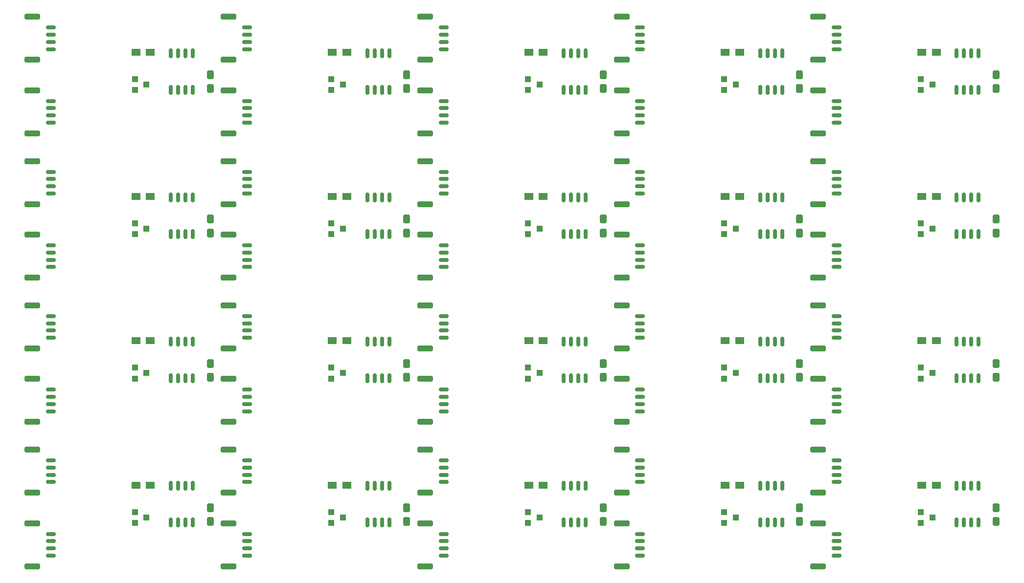
<source format=gbr>
%TF.GenerationSoftware,KiCad,Pcbnew,8.0.4*%
%TF.CreationDate,2024-11-04T15:17:51+09:00*%
%TF.ProjectId,L-CON RS485 V2.0,4c2d434f-4e20-4525-9334-38352056322e,rev?*%
%TF.SameCoordinates,Original*%
%TF.FileFunction,Paste,Top*%
%TF.FilePolarity,Positive*%
%FSLAX46Y46*%
G04 Gerber Fmt 4.6, Leading zero omitted, Abs format (unit mm)*
G04 Created by KiCad (PCBNEW 8.0.4) date 2024-11-04 15:17:51*
%MOMM*%
%LPD*%
G01*
G04 APERTURE LIST*
G04 Aperture macros list*
%AMRoundRect*
0 Rectangle with rounded corners*
0 $1 Rounding radius*
0 $2 $3 $4 $5 $6 $7 $8 $9 X,Y pos of 4 corners*
0 Add a 4 corners polygon primitive as box body*
4,1,4,$2,$3,$4,$5,$6,$7,$8,$9,$2,$3,0*
0 Add four circle primitives for the rounded corners*
1,1,$1+$1,$2,$3*
1,1,$1+$1,$4,$5*
1,1,$1+$1,$6,$7*
1,1,$1+$1,$8,$9*
0 Add four rect primitives between the rounded corners*
20,1,$1+$1,$2,$3,$4,$5,0*
20,1,$1+$1,$4,$5,$6,$7,0*
20,1,$1+$1,$6,$7,$8,$9,0*
20,1,$1+$1,$8,$9,$2,$3,0*%
G04 Aperture macros list end*
%ADD10RoundRect,0.163800X-0.136200X0.711200X-0.136200X-0.711200X0.136200X-0.711200X0.136200X0.711200X0*%
%ADD11RoundRect,0.150000X-0.700000X0.150000X-0.700000X-0.150000X0.700000X-0.150000X0.700000X0.150000X0*%
%ADD12RoundRect,0.250000X-1.100000X0.250000X-1.100000X-0.250000X1.100000X-0.250000X1.100000X0.250000X0*%
%ADD13R,1.500000X1.250000*%
%ADD14R,1.100000X1.000000*%
%ADD15RoundRect,0.312500X-0.312500X0.437500X-0.312500X-0.437500X0.312500X-0.437500X0.312500X0.437500X0*%
G04 APERTURE END LIST*
D10*
%TO.C,U4*%
X205000000Y-127825000D03*
X203730000Y-127825000D03*
X202460000Y-127825000D03*
X201190000Y-127825000D03*
X201190000Y-134175000D03*
X202460000Y-134175000D03*
X203730000Y-134175000D03*
X205000000Y-134175000D03*
%TD*%
D11*
%TO.C,J1*%
X180410000Y-136135000D03*
X180410000Y-137385000D03*
X180410000Y-138635000D03*
X180410000Y-139885000D03*
D12*
X177210000Y-134285000D03*
X177210000Y-141735000D03*
%TD*%
D13*
%TO.C,D6*%
X195140000Y-127670000D03*
X197640000Y-127670000D03*
%TD*%
D14*
%TO.C,D1*%
X194975000Y-132325000D03*
X194975000Y-134225000D03*
X196975000Y-133275000D03*
%TD*%
D11*
%TO.C,J4*%
X180400000Y-123395000D03*
X180400000Y-124645000D03*
X180400000Y-125895000D03*
X180400000Y-127145000D03*
D12*
X177200000Y-121545000D03*
X177200000Y-128995000D03*
%TD*%
D15*
%TO.C,C3*%
X208000000Y-131600000D03*
X208000000Y-134000000D03*
%TD*%
D10*
%TO.C,U4*%
X171000000Y-127825000D03*
X169730000Y-127825000D03*
X168460000Y-127825000D03*
X167190000Y-127825000D03*
X167190000Y-134175000D03*
X168460000Y-134175000D03*
X169730000Y-134175000D03*
X171000000Y-134175000D03*
%TD*%
D11*
%TO.C,J1*%
X146410000Y-136135000D03*
X146410000Y-137385000D03*
X146410000Y-138635000D03*
X146410000Y-139885000D03*
D12*
X143210000Y-134285000D03*
X143210000Y-141735000D03*
%TD*%
D13*
%TO.C,D6*%
X161140000Y-127670000D03*
X163640000Y-127670000D03*
%TD*%
D14*
%TO.C,D1*%
X160975000Y-132325000D03*
X160975000Y-134225000D03*
X162975000Y-133275000D03*
%TD*%
D11*
%TO.C,J4*%
X146400000Y-123395000D03*
X146400000Y-124645000D03*
X146400000Y-125895000D03*
X146400000Y-127145000D03*
D12*
X143200000Y-121545000D03*
X143200000Y-128995000D03*
%TD*%
D15*
%TO.C,C3*%
X174000000Y-131600000D03*
X174000000Y-134000000D03*
%TD*%
D10*
%TO.C,U4*%
X137000000Y-127825000D03*
X135730000Y-127825000D03*
X134460000Y-127825000D03*
X133190000Y-127825000D03*
X133190000Y-134175000D03*
X134460000Y-134175000D03*
X135730000Y-134175000D03*
X137000000Y-134175000D03*
%TD*%
D11*
%TO.C,J1*%
X112410000Y-136135000D03*
X112410000Y-137385000D03*
X112410000Y-138635000D03*
X112410000Y-139885000D03*
D12*
X109210000Y-134285000D03*
X109210000Y-141735000D03*
%TD*%
D13*
%TO.C,D6*%
X127140000Y-127670000D03*
X129640000Y-127670000D03*
%TD*%
D14*
%TO.C,D1*%
X126975000Y-132325000D03*
X126975000Y-134225000D03*
X128975000Y-133275000D03*
%TD*%
D11*
%TO.C,J4*%
X112400000Y-123395000D03*
X112400000Y-124645000D03*
X112400000Y-125895000D03*
X112400000Y-127145000D03*
D12*
X109200000Y-121545000D03*
X109200000Y-128995000D03*
%TD*%
D15*
%TO.C,C3*%
X140000000Y-131600000D03*
X140000000Y-134000000D03*
%TD*%
D10*
%TO.C,U4*%
X103000000Y-127825000D03*
X101730000Y-127825000D03*
X100460000Y-127825000D03*
X99190000Y-127825000D03*
X99190000Y-134175000D03*
X100460000Y-134175000D03*
X101730000Y-134175000D03*
X103000000Y-134175000D03*
%TD*%
D11*
%TO.C,J1*%
X78410000Y-136135000D03*
X78410000Y-137385000D03*
X78410000Y-138635000D03*
X78410000Y-139885000D03*
D12*
X75210000Y-134285000D03*
X75210000Y-141735000D03*
%TD*%
D13*
%TO.C,D6*%
X93140000Y-127670000D03*
X95640000Y-127670000D03*
%TD*%
D14*
%TO.C,D1*%
X92975000Y-132325000D03*
X92975000Y-134225000D03*
X94975000Y-133275000D03*
%TD*%
D11*
%TO.C,J4*%
X78400000Y-123395000D03*
X78400000Y-124645000D03*
X78400000Y-125895000D03*
X78400000Y-127145000D03*
D12*
X75200000Y-121545000D03*
X75200000Y-128995000D03*
%TD*%
D15*
%TO.C,C3*%
X106000000Y-131600000D03*
X106000000Y-134000000D03*
%TD*%
D10*
%TO.C,U4*%
X69000000Y-127825000D03*
X67730000Y-127825000D03*
X66460000Y-127825000D03*
X65190000Y-127825000D03*
X65190000Y-134175000D03*
X66460000Y-134175000D03*
X67730000Y-134175000D03*
X69000000Y-134175000D03*
%TD*%
D11*
%TO.C,J1*%
X44410000Y-136135000D03*
X44410000Y-137385000D03*
X44410000Y-138635000D03*
X44410000Y-139885000D03*
D12*
X41210000Y-134285000D03*
X41210000Y-141735000D03*
%TD*%
D13*
%TO.C,D6*%
X59140000Y-127670000D03*
X61640000Y-127670000D03*
%TD*%
D14*
%TO.C,D1*%
X58975000Y-132325000D03*
X58975000Y-134225000D03*
X60975000Y-133275000D03*
%TD*%
D11*
%TO.C,J4*%
X44400000Y-123395000D03*
X44400000Y-124645000D03*
X44400000Y-125895000D03*
X44400000Y-127145000D03*
D12*
X41200000Y-121545000D03*
X41200000Y-128995000D03*
%TD*%
D15*
%TO.C,C3*%
X72000000Y-131600000D03*
X72000000Y-134000000D03*
%TD*%
D10*
%TO.C,U4*%
X205000000Y-102825000D03*
X203730000Y-102825000D03*
X202460000Y-102825000D03*
X201190000Y-102825000D03*
X201190000Y-109175000D03*
X202460000Y-109175000D03*
X203730000Y-109175000D03*
X205000000Y-109175000D03*
%TD*%
D11*
%TO.C,J1*%
X180410000Y-111135000D03*
X180410000Y-112385000D03*
X180410000Y-113635000D03*
X180410000Y-114885000D03*
D12*
X177210000Y-109285000D03*
X177210000Y-116735000D03*
%TD*%
D13*
%TO.C,D6*%
X195140000Y-102670000D03*
X197640000Y-102670000D03*
%TD*%
D14*
%TO.C,D1*%
X194975000Y-107325000D03*
X194975000Y-109225000D03*
X196975000Y-108275000D03*
%TD*%
D11*
%TO.C,J4*%
X180400000Y-98395000D03*
X180400000Y-99645000D03*
X180400000Y-100895000D03*
X180400000Y-102145000D03*
D12*
X177200000Y-96545000D03*
X177200000Y-103995000D03*
%TD*%
D15*
%TO.C,C3*%
X208000000Y-106600000D03*
X208000000Y-109000000D03*
%TD*%
D10*
%TO.C,U4*%
X171000000Y-102825000D03*
X169730000Y-102825000D03*
X168460000Y-102825000D03*
X167190000Y-102825000D03*
X167190000Y-109175000D03*
X168460000Y-109175000D03*
X169730000Y-109175000D03*
X171000000Y-109175000D03*
%TD*%
D11*
%TO.C,J1*%
X146410000Y-111135000D03*
X146410000Y-112385000D03*
X146410000Y-113635000D03*
X146410000Y-114885000D03*
D12*
X143210000Y-109285000D03*
X143210000Y-116735000D03*
%TD*%
D13*
%TO.C,D6*%
X161140000Y-102670000D03*
X163640000Y-102670000D03*
%TD*%
D14*
%TO.C,D1*%
X160975000Y-107325000D03*
X160975000Y-109225000D03*
X162975000Y-108275000D03*
%TD*%
D11*
%TO.C,J4*%
X146400000Y-98395000D03*
X146400000Y-99645000D03*
X146400000Y-100895000D03*
X146400000Y-102145000D03*
D12*
X143200000Y-96545000D03*
X143200000Y-103995000D03*
%TD*%
D15*
%TO.C,C3*%
X174000000Y-106600000D03*
X174000000Y-109000000D03*
%TD*%
D10*
%TO.C,U4*%
X137000000Y-102825000D03*
X135730000Y-102825000D03*
X134460000Y-102825000D03*
X133190000Y-102825000D03*
X133190000Y-109175000D03*
X134460000Y-109175000D03*
X135730000Y-109175000D03*
X137000000Y-109175000D03*
%TD*%
D11*
%TO.C,J1*%
X112410000Y-111135000D03*
X112410000Y-112385000D03*
X112410000Y-113635000D03*
X112410000Y-114885000D03*
D12*
X109210000Y-109285000D03*
X109210000Y-116735000D03*
%TD*%
D13*
%TO.C,D6*%
X127140000Y-102670000D03*
X129640000Y-102670000D03*
%TD*%
D14*
%TO.C,D1*%
X126975000Y-107325000D03*
X126975000Y-109225000D03*
X128975000Y-108275000D03*
%TD*%
D11*
%TO.C,J4*%
X112400000Y-98395000D03*
X112400000Y-99645000D03*
X112400000Y-100895000D03*
X112400000Y-102145000D03*
D12*
X109200000Y-96545000D03*
X109200000Y-103995000D03*
%TD*%
D15*
%TO.C,C3*%
X140000000Y-106600000D03*
X140000000Y-109000000D03*
%TD*%
D10*
%TO.C,U4*%
X103000000Y-102825000D03*
X101730000Y-102825000D03*
X100460000Y-102825000D03*
X99190000Y-102825000D03*
X99190000Y-109175000D03*
X100460000Y-109175000D03*
X101730000Y-109175000D03*
X103000000Y-109175000D03*
%TD*%
D11*
%TO.C,J1*%
X78410000Y-111135000D03*
X78410000Y-112385000D03*
X78410000Y-113635000D03*
X78410000Y-114885000D03*
D12*
X75210000Y-109285000D03*
X75210000Y-116735000D03*
%TD*%
D13*
%TO.C,D6*%
X93140000Y-102670000D03*
X95640000Y-102670000D03*
%TD*%
D14*
%TO.C,D1*%
X92975000Y-107325000D03*
X92975000Y-109225000D03*
X94975000Y-108275000D03*
%TD*%
D11*
%TO.C,J4*%
X78400000Y-98395000D03*
X78400000Y-99645000D03*
X78400000Y-100895000D03*
X78400000Y-102145000D03*
D12*
X75200000Y-96545000D03*
X75200000Y-103995000D03*
%TD*%
D15*
%TO.C,C3*%
X106000000Y-106600000D03*
X106000000Y-109000000D03*
%TD*%
D10*
%TO.C,U4*%
X69000000Y-102825000D03*
X67730000Y-102825000D03*
X66460000Y-102825000D03*
X65190000Y-102825000D03*
X65190000Y-109175000D03*
X66460000Y-109175000D03*
X67730000Y-109175000D03*
X69000000Y-109175000D03*
%TD*%
D11*
%TO.C,J1*%
X44410000Y-111135000D03*
X44410000Y-112385000D03*
X44410000Y-113635000D03*
X44410000Y-114885000D03*
D12*
X41210000Y-109285000D03*
X41210000Y-116735000D03*
%TD*%
D13*
%TO.C,D6*%
X59140000Y-102670000D03*
X61640000Y-102670000D03*
%TD*%
D14*
%TO.C,D1*%
X58975000Y-107325000D03*
X58975000Y-109225000D03*
X60975000Y-108275000D03*
%TD*%
D11*
%TO.C,J4*%
X44400000Y-98395000D03*
X44400000Y-99645000D03*
X44400000Y-100895000D03*
X44400000Y-102145000D03*
D12*
X41200000Y-96545000D03*
X41200000Y-103995000D03*
%TD*%
D15*
%TO.C,C3*%
X72000000Y-106600000D03*
X72000000Y-109000000D03*
%TD*%
D10*
%TO.C,U4*%
X205000000Y-77825000D03*
X203730000Y-77825000D03*
X202460000Y-77825000D03*
X201190000Y-77825000D03*
X201190000Y-84175000D03*
X202460000Y-84175000D03*
X203730000Y-84175000D03*
X205000000Y-84175000D03*
%TD*%
D11*
%TO.C,J1*%
X180410000Y-86135000D03*
X180410000Y-87385000D03*
X180410000Y-88635000D03*
X180410000Y-89885000D03*
D12*
X177210000Y-84285000D03*
X177210000Y-91735000D03*
%TD*%
D13*
%TO.C,D6*%
X195140000Y-77670000D03*
X197640000Y-77670000D03*
%TD*%
D14*
%TO.C,D1*%
X194975000Y-82325000D03*
X194975000Y-84225000D03*
X196975000Y-83275000D03*
%TD*%
D11*
%TO.C,J4*%
X180400000Y-73395000D03*
X180400000Y-74645000D03*
X180400000Y-75895000D03*
X180400000Y-77145000D03*
D12*
X177200000Y-71545000D03*
X177200000Y-78995000D03*
%TD*%
D15*
%TO.C,C3*%
X208000000Y-81600000D03*
X208000000Y-84000000D03*
%TD*%
D10*
%TO.C,U4*%
X171000000Y-77825000D03*
X169730000Y-77825000D03*
X168460000Y-77825000D03*
X167190000Y-77825000D03*
X167190000Y-84175000D03*
X168460000Y-84175000D03*
X169730000Y-84175000D03*
X171000000Y-84175000D03*
%TD*%
D11*
%TO.C,J1*%
X146410000Y-86135000D03*
X146410000Y-87385000D03*
X146410000Y-88635000D03*
X146410000Y-89885000D03*
D12*
X143210000Y-84285000D03*
X143210000Y-91735000D03*
%TD*%
D13*
%TO.C,D6*%
X161140000Y-77670000D03*
X163640000Y-77670000D03*
%TD*%
D14*
%TO.C,D1*%
X160975000Y-82325000D03*
X160975000Y-84225000D03*
X162975000Y-83275000D03*
%TD*%
D11*
%TO.C,J4*%
X146400000Y-73395000D03*
X146400000Y-74645000D03*
X146400000Y-75895000D03*
X146400000Y-77145000D03*
D12*
X143200000Y-71545000D03*
X143200000Y-78995000D03*
%TD*%
D15*
%TO.C,C3*%
X174000000Y-81600000D03*
X174000000Y-84000000D03*
%TD*%
D10*
%TO.C,U4*%
X137000000Y-77825000D03*
X135730000Y-77825000D03*
X134460000Y-77825000D03*
X133190000Y-77825000D03*
X133190000Y-84175000D03*
X134460000Y-84175000D03*
X135730000Y-84175000D03*
X137000000Y-84175000D03*
%TD*%
D11*
%TO.C,J1*%
X112410000Y-86135000D03*
X112410000Y-87385000D03*
X112410000Y-88635000D03*
X112410000Y-89885000D03*
D12*
X109210000Y-84285000D03*
X109210000Y-91735000D03*
%TD*%
D13*
%TO.C,D6*%
X127140000Y-77670000D03*
X129640000Y-77670000D03*
%TD*%
D14*
%TO.C,D1*%
X126975000Y-82325000D03*
X126975000Y-84225000D03*
X128975000Y-83275000D03*
%TD*%
D11*
%TO.C,J4*%
X112400000Y-73395000D03*
X112400000Y-74645000D03*
X112400000Y-75895000D03*
X112400000Y-77145000D03*
D12*
X109200000Y-71545000D03*
X109200000Y-78995000D03*
%TD*%
D15*
%TO.C,C3*%
X140000000Y-81600000D03*
X140000000Y-84000000D03*
%TD*%
D10*
%TO.C,U4*%
X103000000Y-77825000D03*
X101730000Y-77825000D03*
X100460000Y-77825000D03*
X99190000Y-77825000D03*
X99190000Y-84175000D03*
X100460000Y-84175000D03*
X101730000Y-84175000D03*
X103000000Y-84175000D03*
%TD*%
D11*
%TO.C,J1*%
X78410000Y-86135000D03*
X78410000Y-87385000D03*
X78410000Y-88635000D03*
X78410000Y-89885000D03*
D12*
X75210000Y-84285000D03*
X75210000Y-91735000D03*
%TD*%
D13*
%TO.C,D6*%
X93140000Y-77670000D03*
X95640000Y-77670000D03*
%TD*%
D14*
%TO.C,D1*%
X92975000Y-82325000D03*
X92975000Y-84225000D03*
X94975000Y-83275000D03*
%TD*%
D11*
%TO.C,J4*%
X78400000Y-73395000D03*
X78400000Y-74645000D03*
X78400000Y-75895000D03*
X78400000Y-77145000D03*
D12*
X75200000Y-71545000D03*
X75200000Y-78995000D03*
%TD*%
D15*
%TO.C,C3*%
X106000000Y-81600000D03*
X106000000Y-84000000D03*
%TD*%
D10*
%TO.C,U4*%
X69000000Y-77825000D03*
X67730000Y-77825000D03*
X66460000Y-77825000D03*
X65190000Y-77825000D03*
X65190000Y-84175000D03*
X66460000Y-84175000D03*
X67730000Y-84175000D03*
X69000000Y-84175000D03*
%TD*%
D11*
%TO.C,J1*%
X44410000Y-86135000D03*
X44410000Y-87385000D03*
X44410000Y-88635000D03*
X44410000Y-89885000D03*
D12*
X41210000Y-84285000D03*
X41210000Y-91735000D03*
%TD*%
D13*
%TO.C,D6*%
X59140000Y-77670000D03*
X61640000Y-77670000D03*
%TD*%
D14*
%TO.C,D1*%
X58975000Y-82325000D03*
X58975000Y-84225000D03*
X60975000Y-83275000D03*
%TD*%
D11*
%TO.C,J4*%
X44400000Y-73395000D03*
X44400000Y-74645000D03*
X44400000Y-75895000D03*
X44400000Y-77145000D03*
D12*
X41200000Y-71545000D03*
X41200000Y-78995000D03*
%TD*%
D15*
%TO.C,C3*%
X72000000Y-81600000D03*
X72000000Y-84000000D03*
%TD*%
D10*
%TO.C,U4*%
X205000000Y-52825000D03*
X203730000Y-52825000D03*
X202460000Y-52825000D03*
X201190000Y-52825000D03*
X201190000Y-59175000D03*
X202460000Y-59175000D03*
X203730000Y-59175000D03*
X205000000Y-59175000D03*
%TD*%
D11*
%TO.C,J1*%
X180410000Y-61135000D03*
X180410000Y-62385000D03*
X180410000Y-63635000D03*
X180410000Y-64885000D03*
D12*
X177210000Y-59285000D03*
X177210000Y-66735000D03*
%TD*%
D13*
%TO.C,D6*%
X195140000Y-52670000D03*
X197640000Y-52670000D03*
%TD*%
D14*
%TO.C,D1*%
X194975000Y-57325000D03*
X194975000Y-59225000D03*
X196975000Y-58275000D03*
%TD*%
D11*
%TO.C,J4*%
X180400000Y-48395000D03*
X180400000Y-49645000D03*
X180400000Y-50895000D03*
X180400000Y-52145000D03*
D12*
X177200000Y-46545000D03*
X177200000Y-53995000D03*
%TD*%
D15*
%TO.C,C3*%
X208000000Y-56600000D03*
X208000000Y-59000000D03*
%TD*%
D10*
%TO.C,U4*%
X171000000Y-52825000D03*
X169730000Y-52825000D03*
X168460000Y-52825000D03*
X167190000Y-52825000D03*
X167190000Y-59175000D03*
X168460000Y-59175000D03*
X169730000Y-59175000D03*
X171000000Y-59175000D03*
%TD*%
D11*
%TO.C,J1*%
X146410000Y-61135000D03*
X146410000Y-62385000D03*
X146410000Y-63635000D03*
X146410000Y-64885000D03*
D12*
X143210000Y-59285000D03*
X143210000Y-66735000D03*
%TD*%
D13*
%TO.C,D6*%
X161140000Y-52670000D03*
X163640000Y-52670000D03*
%TD*%
D14*
%TO.C,D1*%
X160975000Y-57325000D03*
X160975000Y-59225000D03*
X162975000Y-58275000D03*
%TD*%
D11*
%TO.C,J4*%
X146400000Y-48395000D03*
X146400000Y-49645000D03*
X146400000Y-50895000D03*
X146400000Y-52145000D03*
D12*
X143200000Y-46545000D03*
X143200000Y-53995000D03*
%TD*%
D15*
%TO.C,C3*%
X174000000Y-56600000D03*
X174000000Y-59000000D03*
%TD*%
D10*
%TO.C,U4*%
X137000000Y-52825000D03*
X135730000Y-52825000D03*
X134460000Y-52825000D03*
X133190000Y-52825000D03*
X133190000Y-59175000D03*
X134460000Y-59175000D03*
X135730000Y-59175000D03*
X137000000Y-59175000D03*
%TD*%
D11*
%TO.C,J1*%
X112410000Y-61135000D03*
X112410000Y-62385000D03*
X112410000Y-63635000D03*
X112410000Y-64885000D03*
D12*
X109210000Y-59285000D03*
X109210000Y-66735000D03*
%TD*%
D13*
%TO.C,D6*%
X127140000Y-52670000D03*
X129640000Y-52670000D03*
%TD*%
D14*
%TO.C,D1*%
X126975000Y-57325000D03*
X126975000Y-59225000D03*
X128975000Y-58275000D03*
%TD*%
D11*
%TO.C,J4*%
X112400000Y-48395000D03*
X112400000Y-49645000D03*
X112400000Y-50895000D03*
X112400000Y-52145000D03*
D12*
X109200000Y-46545000D03*
X109200000Y-53995000D03*
%TD*%
D15*
%TO.C,C3*%
X140000000Y-56600000D03*
X140000000Y-59000000D03*
%TD*%
D10*
%TO.C,U4*%
X103000000Y-52825000D03*
X101730000Y-52825000D03*
X100460000Y-52825000D03*
X99190000Y-52825000D03*
X99190000Y-59175000D03*
X100460000Y-59175000D03*
X101730000Y-59175000D03*
X103000000Y-59175000D03*
%TD*%
D11*
%TO.C,J1*%
X78410000Y-61135000D03*
X78410000Y-62385000D03*
X78410000Y-63635000D03*
X78410000Y-64885000D03*
D12*
X75210000Y-59285000D03*
X75210000Y-66735000D03*
%TD*%
D13*
%TO.C,D6*%
X93140000Y-52670000D03*
X95640000Y-52670000D03*
%TD*%
D14*
%TO.C,D1*%
X92975000Y-57325000D03*
X92975000Y-59225000D03*
X94975000Y-58275000D03*
%TD*%
D11*
%TO.C,J4*%
X78400000Y-48395000D03*
X78400000Y-49645000D03*
X78400000Y-50895000D03*
X78400000Y-52145000D03*
D12*
X75200000Y-46545000D03*
X75200000Y-53995000D03*
%TD*%
D15*
%TO.C,C3*%
X106000000Y-56600000D03*
X106000000Y-59000000D03*
%TD*%
D11*
%TO.C,J1*%
X44410000Y-61135000D03*
X44410000Y-62385000D03*
X44410000Y-63635000D03*
X44410000Y-64885000D03*
D12*
X41210000Y-59285000D03*
X41210000Y-66735000D03*
%TD*%
D10*
%TO.C,U4*%
X69000000Y-52825000D03*
X67730000Y-52825000D03*
X66460000Y-52825000D03*
X65190000Y-52825000D03*
X65190000Y-59175000D03*
X66460000Y-59175000D03*
X67730000Y-59175000D03*
X69000000Y-59175000D03*
%TD*%
D11*
%TO.C,J4*%
X44400000Y-48395000D03*
X44400000Y-49645000D03*
X44400000Y-50895000D03*
X44400000Y-52145000D03*
D12*
X41200000Y-46545000D03*
X41200000Y-53995000D03*
%TD*%
D15*
%TO.C,C3*%
X72000000Y-56600000D03*
X72000000Y-59000000D03*
%TD*%
D14*
%TO.C,D1*%
X58975000Y-57325000D03*
X58975000Y-59225000D03*
X60975000Y-58275000D03*
%TD*%
D13*
%TO.C,D6*%
X59140000Y-52670000D03*
X61640000Y-52670000D03*
%TD*%
M02*

</source>
